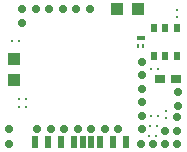
<source format=gbr>
%FSLAX35Y35*%
%MOIN*%
G04 EasyPC Gerber Version 18.0.9 Build 3640 *
%ADD91R,0.00984X0.01575*%
%ADD29R,0.01000X0.01000*%
%ADD94R,0.01969X0.03937*%
%ADD89R,0.02165X0.03150*%
%ADD93R,0.03937X0.04291*%
%ADD10C,0.00500*%
%ADD12C,0.02800*%
%ADD27R,0.01000X0.01000*%
%ADD92R,0.02756X0.01575*%
%ADD88R,0.03500X0.02800*%
%ADD90R,0.04291X0.03937*%
X0Y0D02*
D02*
D10*
X14167Y14636D03*
Y16604D03*
Y18573D03*
Y20541D03*
Y22510D03*
Y24478D03*
Y26447D03*
Y28415D03*
Y30384D03*
Y32352D03*
Y34321D03*
Y36289D03*
Y38258D03*
Y40226D03*
X16136Y14636D03*
Y16604D03*
Y18573D03*
Y20541D03*
Y22510D03*
Y24478D03*
Y26447D03*
Y28415D03*
Y30384D03*
Y32352D03*
Y34321D03*
Y36289D03*
Y38258D03*
Y40226D03*
X18104Y14636D03*
Y16604D03*
Y18573D03*
Y20541D03*
Y22510D03*
Y24478D03*
Y26447D03*
Y28415D03*
Y30384D03*
Y32352D03*
Y34321D03*
Y36289D03*
Y38258D03*
Y40226D03*
X20073Y14636D03*
Y16604D03*
Y18573D03*
Y20541D03*
Y22510D03*
Y24478D03*
Y26447D03*
Y28415D03*
Y30384D03*
Y32352D03*
Y34321D03*
Y36289D03*
Y38258D03*
Y40226D03*
X22041Y14636D03*
Y16604D03*
Y18573D03*
Y20541D03*
Y22510D03*
Y24478D03*
Y26447D03*
Y28415D03*
Y30384D03*
Y32352D03*
Y34321D03*
Y36289D03*
Y38258D03*
Y40226D03*
X24010Y14636D03*
Y16604D03*
Y18573D03*
Y20541D03*
Y22510D03*
Y24478D03*
Y26447D03*
Y28415D03*
Y30384D03*
Y32352D03*
Y34321D03*
Y36289D03*
Y38258D03*
Y40226D03*
X25978Y14636D03*
Y16604D03*
Y18573D03*
Y20541D03*
Y22510D03*
Y24478D03*
Y26447D03*
Y28415D03*
Y30384D03*
Y32352D03*
Y34321D03*
Y36289D03*
Y38258D03*
Y40226D03*
X27947Y14636D03*
Y16604D03*
Y18573D03*
Y20541D03*
Y22510D03*
Y24478D03*
Y26447D03*
Y28415D03*
Y30384D03*
Y32352D03*
Y34321D03*
Y36289D03*
Y38258D03*
Y40226D03*
X29915Y14636D03*
Y16604D03*
Y18573D03*
Y20541D03*
Y22510D03*
Y24478D03*
Y26447D03*
Y28415D03*
Y30384D03*
Y32352D03*
Y34321D03*
Y36289D03*
Y38258D03*
Y40226D03*
X31884Y14636D03*
Y16604D03*
Y18573D03*
Y20541D03*
Y22510D03*
Y24478D03*
Y26447D03*
Y28415D03*
Y30384D03*
Y32352D03*
Y34321D03*
Y36289D03*
Y38258D03*
Y40226D03*
X33852Y14636D03*
Y16604D03*
Y18573D03*
Y20541D03*
Y22510D03*
Y24478D03*
Y26447D03*
Y28415D03*
Y30384D03*
Y32352D03*
Y34321D03*
Y36289D03*
Y38258D03*
Y40226D03*
X35821Y14636D03*
Y16604D03*
Y18573D03*
Y20541D03*
Y22510D03*
Y24478D03*
Y26447D03*
Y28415D03*
Y30384D03*
Y32352D03*
Y34321D03*
Y36289D03*
Y38258D03*
Y40226D03*
X37789Y14636D03*
Y16604D03*
Y18573D03*
Y20541D03*
Y22510D03*
Y24478D03*
Y26447D03*
Y28415D03*
Y30384D03*
Y32352D03*
Y34321D03*
Y36289D03*
Y38258D03*
Y40226D03*
X39758Y14636D03*
Y16604D03*
Y18573D03*
Y20541D03*
Y22510D03*
Y24478D03*
Y26447D03*
Y28415D03*
Y30384D03*
Y32352D03*
Y34321D03*
Y36289D03*
Y38258D03*
Y40226D03*
D02*
D12*
X2750Y2750D03*
Y7750D03*
X7250Y43250D03*
Y47750D03*
X11750D03*
X12250Y7750D03*
X16234Y47750D03*
X16750Y7789D03*
X20750Y47750D03*
X21250Y7750D03*
X25280Y47750D03*
X25750Y7750D03*
X29750Y47750D03*
X30250Y7770D03*
X34797D03*
X39250Y7750D03*
X46750Y2750D03*
X47228Y7750D03*
X47248Y30250D03*
X47250Y16750D03*
Y21250D03*
Y25750D03*
X47258Y12250D03*
X50750Y2750D03*
X54750Y2720D03*
Y7250D03*
X58750Y2750D03*
Y7250D03*
X58764Y11750D03*
X59250Y15427D03*
X59295Y20093D03*
D02*
D27*
X3807Y37205D03*
X6107D03*
X6237Y17650D03*
X6337Y15150D03*
X8537Y17650D03*
X8637Y15150D03*
X49686Y5550D03*
X49737Y8850D03*
X50067Y11950D03*
X50166Y27750D03*
X51986Y5550D03*
X52037Y8850D03*
X52367Y11950D03*
X52466Y27750D03*
D02*
D29*
X55137Y11350D03*
Y13650D03*
X58902Y45009D03*
Y47309D03*
D02*
D88*
X53310Y24285D03*
X58410D03*
D02*
D89*
X51244Y32008D03*
Y41457D03*
X54984Y32008D03*
Y41457D03*
X58724Y32008D03*
Y41457D03*
D02*
D90*
X39014Y47776D03*
X46014D03*
D02*
D91*
X45959Y35512D03*
X47533D03*
D02*
D92*
X46746Y38268D03*
D02*
D93*
X4423Y24246D03*
Y31246D03*
D02*
D94*
X11659Y3335D03*
X15989D03*
X20320D03*
X24651D03*
X27604D03*
X30359D03*
X33312D03*
X37643D03*
X41974D03*
X0Y0D02*
M02*

</source>
